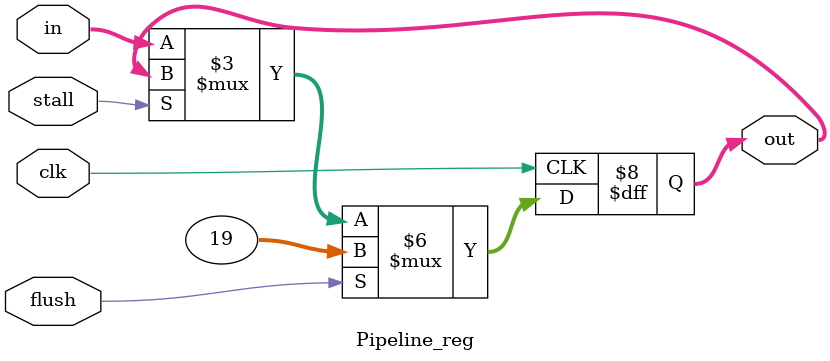
<source format=sv>
module Pipeline_reg #(
    parameter WIDTH = 32,
    reset = 32'h13
) (
    input logic clk,
    input logic flush,
    stall,
    input logic [WIDTH-1:0] in,
    output logic [WIDTH-1:0] out
);

  always_ff @(posedge clk) begin
    if (flush) out <= WIDTH'(reset);
    else if (!stall) out <= in;
  end

endmodule

</source>
